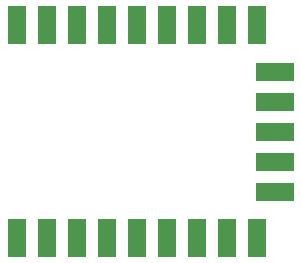
<source format=gbr>
%TF.GenerationSoftware,KiCad,Pcbnew,8.0.4*%
%TF.CreationDate,2024-08-31T11:22:34+09:00*%
%TF.ProjectId,nzx,6e7a782e-6b69-4636-9164-5f7063625858,rev?*%
%TF.SameCoordinates,Original*%
%TF.FileFunction,Paste,Top*%
%TF.FilePolarity,Positive*%
%FSLAX46Y46*%
G04 Gerber Fmt 4.6, Leading zero omitted, Abs format (unit mm)*
G04 Created by KiCad (PCBNEW 8.0.4) date 2024-08-31 11:22:34*
%MOMM*%
%LPD*%
G01*
G04 APERTURE LIST*
%ADD10R,1.600000X3.200000*%
%ADD11R,3.200000X1.600000*%
G04 APERTURE END LIST*
D10*
%TO.C,RZ1*%
X2565000Y-123000000D03*
X5105000Y-123000000D03*
X7645000Y-123000000D03*
X10185000Y-123000000D03*
X12725000Y-123000000D03*
X15265000Y-123000000D03*
X17805000Y-123000000D03*
X20345000Y-123000000D03*
X22885000Y-123000000D03*
D11*
X24475000Y-126920000D03*
X24475000Y-129460000D03*
X24475000Y-132000000D03*
X24475000Y-134540000D03*
X24475000Y-137080000D03*
D10*
X22885000Y-141000000D03*
X20345000Y-141000000D03*
X17805000Y-141000000D03*
X15265000Y-141000000D03*
X12725000Y-141000000D03*
X10185000Y-141000000D03*
X7645000Y-141000000D03*
X2565000Y-141000000D03*
X5105000Y-141000000D03*
%TD*%
M02*

</source>
